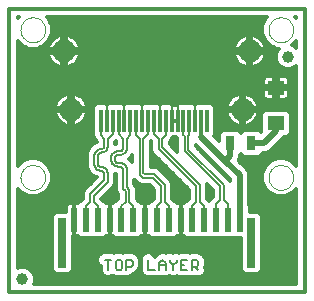
<source format=gtl>
G75*
%MOIN*%
%OFA0B0*%
%FSLAX24Y24*%
%IPPOS*%
%LPD*%
%AMOC8*
5,1,8,0,0,1.08239X$1,22.5*
%
%ADD10C,0.0118*%
%ADD11C,0.0000*%
%ADD12C,0.0060*%
%ADD13R,0.0236X0.0787*%
%ADD14R,0.0276X0.1654*%
%ADD15R,0.0118X0.0748*%
%ADD16C,0.0768*%
%ADD17C,0.0394*%
%ADD18R,0.0315X0.0472*%
%ADD19R,0.0551X0.0472*%
%ADD20C,0.0317*%
%ADD21C,0.0197*%
D10*
X000159Y000169D02*
X000159Y009618D01*
X010002Y009618D01*
X010002Y000169D01*
X000159Y000169D01*
X000910Y000869D02*
X001590Y000869D01*
X001576Y000883D02*
X001703Y000756D01*
X002158Y000756D01*
X002285Y000883D01*
X002285Y002034D01*
X002324Y002034D01*
X002324Y002587D01*
X002324Y003139D01*
X002185Y003139D01*
X002145Y003129D01*
X002109Y003108D01*
X002079Y003078D01*
X002058Y003042D01*
X002047Y003001D01*
X002047Y002843D01*
X001703Y002843D01*
X001576Y002716D01*
X001576Y000883D01*
X001576Y000986D02*
X000747Y000986D01*
X000674Y001016D02*
X000826Y000953D01*
X000943Y000837D01*
X001006Y000685D01*
X001006Y000520D01*
X000974Y000445D01*
X009726Y000445D01*
X009726Y003613D01*
X009571Y003458D01*
X009339Y003362D01*
X009089Y003362D01*
X008857Y003458D01*
X008680Y003635D01*
X008584Y003867D01*
X008584Y004118D01*
X008680Y004349D01*
X008857Y004526D01*
X009089Y004622D01*
X009339Y004622D01*
X009571Y004526D01*
X009726Y004371D01*
X009726Y007695D01*
X009685Y007654D01*
X009533Y007591D01*
X009368Y007591D01*
X009216Y007654D01*
X009100Y007770D01*
X009037Y007922D01*
X009037Y008086D01*
X009100Y008238D01*
X009145Y008284D01*
X009089Y008284D01*
X008857Y008379D01*
X008680Y008557D01*
X008584Y008788D01*
X008584Y009039D01*
X008680Y009270D01*
X008752Y009343D01*
X001408Y009343D01*
X001480Y009270D01*
X001576Y009039D01*
X001576Y008788D01*
X001480Y008557D01*
X001303Y008379D01*
X001072Y008284D01*
X000821Y008284D01*
X000590Y008379D01*
X000435Y008534D01*
X000435Y004371D01*
X000590Y004526D01*
X000821Y004622D01*
X001072Y004622D01*
X001303Y004526D01*
X001480Y004349D01*
X001576Y004118D01*
X001576Y003867D01*
X001480Y003635D01*
X001303Y003458D01*
X001072Y003362D01*
X000821Y003362D01*
X000590Y003458D01*
X000435Y003613D01*
X000435Y000985D01*
X000510Y001016D01*
X000674Y001016D01*
X000437Y000986D02*
X000435Y000986D01*
X000435Y001102D02*
X001576Y001102D01*
X001576Y001219D02*
X000435Y001219D01*
X000435Y001335D02*
X001576Y001335D01*
X001576Y001452D02*
X000435Y001452D01*
X000435Y001569D02*
X001576Y001569D01*
X001576Y001685D02*
X000435Y001685D01*
X000435Y001802D02*
X001576Y001802D01*
X001576Y001919D02*
X000435Y001919D01*
X000435Y002035D02*
X001576Y002035D01*
X001576Y002152D02*
X000435Y002152D01*
X000435Y002268D02*
X001576Y002268D01*
X001576Y002385D02*
X000435Y002385D01*
X000435Y002502D02*
X001576Y002502D01*
X001576Y002618D02*
X000435Y002618D01*
X000435Y002735D02*
X001595Y002735D01*
X002047Y002851D02*
X000435Y002851D01*
X000435Y002968D02*
X002047Y002968D01*
X002086Y003085D02*
X000435Y003085D01*
X000435Y003201D02*
X002546Y003201D01*
X002542Y003197D02*
X002510Y003197D01*
X002453Y003139D01*
X002324Y003139D01*
X002324Y002587D01*
X002324Y002587D01*
X002324Y002587D01*
X002324Y002034D01*
X002453Y002034D01*
X002510Y001976D01*
X003320Y001976D01*
X003377Y002034D01*
X003506Y002034D01*
X003634Y002034D01*
X003691Y001976D01*
X004501Y001976D01*
X004558Y002034D01*
X004687Y002034D01*
X004815Y002034D01*
X004873Y001976D01*
X005682Y001976D01*
X005739Y002034D01*
X005868Y002034D01*
X005996Y002034D01*
X006054Y001976D01*
X007876Y001976D01*
X007876Y000883D01*
X008002Y000756D01*
X008457Y000756D01*
X008584Y000883D01*
X008584Y002716D01*
X008457Y002843D01*
X008171Y002843D01*
X008171Y003070D01*
X008151Y003090D01*
X008151Y004130D01*
X008103Y004245D01*
X007801Y004548D01*
X007836Y004634D01*
X007836Y004745D01*
X007876Y004784D01*
X007983Y004677D01*
X008477Y004677D01*
X008604Y004804D01*
X008604Y004815D01*
X008726Y004815D01*
X008841Y004863D01*
X008930Y004952D01*
X009324Y005345D01*
X009324Y005347D01*
X009422Y005347D01*
X009549Y005473D01*
X009549Y006125D01*
X009422Y006252D01*
X008691Y006252D01*
X008565Y006125D01*
X008565Y005495D01*
X008477Y005583D01*
X007983Y005583D01*
X007876Y005476D01*
X007768Y005583D01*
X007274Y005583D01*
X007147Y005456D01*
X007147Y005201D01*
X006984Y005365D01*
X007029Y005410D01*
X007029Y006338D01*
X006902Y006465D01*
X006408Y006465D01*
X006360Y006417D01*
X006312Y006465D01*
X005817Y006465D01*
X005760Y006407D01*
X005689Y006407D01*
X005671Y006402D01*
X005652Y006407D01*
X005582Y006407D01*
X005524Y006465D01*
X005227Y006465D01*
X005179Y006417D01*
X005131Y006465D01*
X004636Y006465D01*
X004588Y006417D01*
X004540Y006465D01*
X004046Y006465D01*
X003998Y006417D01*
X003950Y006465D01*
X003455Y006465D01*
X003407Y006417D01*
X003359Y006465D01*
X003061Y006465D01*
X002935Y006338D01*
X002935Y005410D01*
X002964Y005381D01*
X002964Y005356D01*
X003001Y005265D01*
X003081Y005185D01*
X003081Y005167D01*
X002955Y005115D01*
X002823Y004983D01*
X002823Y004983D01*
X002751Y004809D01*
X002751Y004343D01*
X002823Y004169D01*
X002955Y004037D01*
X002955Y004037D01*
X003072Y003988D01*
X002646Y003562D01*
X002608Y003472D01*
X002608Y003264D01*
X002542Y003197D01*
X002608Y003318D02*
X000435Y003318D01*
X000435Y003434D02*
X000647Y003434D01*
X000497Y003551D02*
X000435Y003551D01*
X001246Y003434D02*
X002608Y003434D01*
X002641Y003551D02*
X001396Y003551D01*
X001494Y003668D02*
X002751Y003668D01*
X002868Y003784D02*
X001542Y003784D01*
X001576Y003901D02*
X002985Y003901D01*
X003001Y004018D02*
X001576Y004018D01*
X001569Y004134D02*
X002858Y004134D01*
X002823Y004169D02*
X002823Y004169D01*
X002789Y004251D02*
X001521Y004251D01*
X001462Y004367D02*
X002751Y004367D01*
X002751Y004484D02*
X001346Y004484D01*
X001124Y004601D02*
X002751Y004601D01*
X002751Y004717D02*
X000435Y004717D01*
X000435Y004601D02*
X000769Y004601D01*
X000547Y004484D02*
X000435Y004484D01*
X000435Y004834D02*
X002761Y004834D01*
X002809Y004950D02*
X000435Y004950D01*
X000435Y005067D02*
X002907Y005067D01*
X002955Y005115D02*
X002955Y005115D01*
X003081Y005184D02*
X000435Y005184D01*
X000435Y005300D02*
X002987Y005300D01*
X002935Y005417D02*
X000435Y005417D01*
X000435Y005533D02*
X002935Y005533D01*
X002935Y005650D02*
X000435Y005650D01*
X000435Y005767D02*
X001975Y005767D01*
X001941Y005784D02*
X002018Y005745D01*
X002099Y005719D01*
X002167Y005708D01*
X002167Y006189D01*
X002285Y006189D01*
X002285Y005708D01*
X002353Y005719D01*
X002434Y005745D01*
X002511Y005784D01*
X002580Y005834D01*
X002640Y005894D01*
X002690Y005964D01*
X002729Y006040D01*
X002756Y006121D01*
X002766Y006189D01*
X002285Y006189D01*
X002285Y006307D01*
X002766Y006307D01*
X002756Y006375D01*
X002729Y006457D01*
X002690Y006533D01*
X002640Y006602D01*
X002580Y006662D01*
X002511Y006712D01*
X002434Y006751D01*
X002353Y006778D01*
X002285Y006788D01*
X002285Y006307D01*
X002167Y006307D01*
X002167Y006189D01*
X001686Y006189D01*
X001696Y006121D01*
X001723Y006040D01*
X001762Y005964D01*
X001812Y005894D01*
X001872Y005834D01*
X001941Y005784D01*
X001823Y005883D02*
X000435Y005883D01*
X000435Y006000D02*
X001743Y006000D01*
X001698Y006117D02*
X000435Y006117D01*
X000435Y006233D02*
X002167Y006233D01*
X002167Y006307D02*
X001686Y006307D01*
X001696Y006375D01*
X001723Y006457D01*
X001762Y006533D01*
X001812Y006602D01*
X001872Y006662D01*
X001941Y006712D01*
X002018Y006751D01*
X002099Y006778D01*
X002167Y006788D01*
X002167Y006307D01*
X002167Y006350D02*
X002285Y006350D01*
X002285Y006233D02*
X002935Y006233D01*
X002935Y006117D02*
X002754Y006117D01*
X002709Y006000D02*
X002935Y006000D01*
X002935Y005883D02*
X002629Y005883D01*
X002477Y005767D02*
X002935Y005767D01*
X002947Y006350D02*
X002760Y006350D01*
X002724Y006466D02*
X007437Y006466D01*
X007432Y006457D02*
X007405Y006375D01*
X007394Y006307D01*
X007876Y006307D01*
X007876Y006788D01*
X007808Y006778D01*
X007726Y006751D01*
X007650Y006712D01*
X007581Y006662D01*
X007521Y006602D01*
X007470Y006533D01*
X007432Y006457D01*
X007507Y006583D02*
X002654Y006583D01*
X002528Y006700D02*
X007632Y006700D01*
X007876Y006700D02*
X007994Y006700D01*
X007994Y006788D02*
X008062Y006778D01*
X008143Y006751D01*
X008219Y006712D01*
X008288Y006662D01*
X008349Y006602D01*
X008399Y006533D01*
X008438Y006457D01*
X008464Y006375D01*
X008475Y006307D01*
X007994Y006307D01*
X007994Y006189D01*
X008475Y006189D01*
X008464Y006121D01*
X008438Y006040D01*
X008399Y005964D01*
X008349Y005894D01*
X008288Y005834D01*
X008219Y005784D01*
X008143Y005745D01*
X008062Y005719D01*
X007994Y005708D01*
X007994Y006189D01*
X007876Y006189D01*
X007876Y005708D01*
X007808Y005719D01*
X007726Y005745D01*
X007650Y005784D01*
X007581Y005834D01*
X007521Y005894D01*
X007470Y005964D01*
X007432Y006040D01*
X007405Y006121D01*
X007394Y006189D01*
X007876Y006189D01*
X007876Y006307D01*
X007994Y006307D01*
X007994Y006788D01*
X007994Y006583D02*
X007876Y006583D01*
X007876Y006466D02*
X007994Y006466D01*
X007994Y006350D02*
X007876Y006350D01*
X007876Y006233D02*
X007029Y006233D01*
X007029Y006117D02*
X007407Y006117D01*
X007452Y006000D02*
X007029Y006000D01*
X007029Y005883D02*
X007532Y005883D01*
X007684Y005767D02*
X007029Y005767D01*
X007029Y005650D02*
X008565Y005650D01*
X008565Y005533D02*
X008526Y005533D01*
X008565Y005767D02*
X008186Y005767D01*
X008338Y005883D02*
X008565Y005883D01*
X008565Y006000D02*
X008417Y006000D01*
X008463Y006117D02*
X008565Y006117D01*
X008672Y006233D02*
X007994Y006233D01*
X007994Y006117D02*
X007876Y006117D01*
X007876Y006000D02*
X007994Y006000D01*
X007994Y005883D02*
X007876Y005883D01*
X007876Y005767D02*
X007994Y005767D01*
X007933Y005533D02*
X007818Y005533D01*
X007225Y005533D02*
X007029Y005533D01*
X007029Y005417D02*
X007147Y005417D01*
X007147Y005300D02*
X007048Y005300D01*
X006557Y005347D02*
X006557Y005874D01*
X007017Y006350D02*
X007401Y006350D01*
X008237Y006700D02*
X008628Y006700D01*
X008633Y006683D02*
X008654Y006647D01*
X008683Y006617D01*
X008720Y006596D01*
X008760Y006585D01*
X008998Y006585D01*
X008998Y006921D01*
X009116Y006921D01*
X009116Y006585D01*
X009353Y006585D01*
X009394Y006596D01*
X009430Y006617D01*
X009460Y006647D01*
X009480Y006683D01*
X009491Y006723D01*
X009491Y006921D01*
X009116Y006921D01*
X009116Y007039D01*
X009491Y007039D01*
X009491Y007238D01*
X009480Y007278D01*
X009460Y007314D01*
X009430Y007344D01*
X009394Y007365D01*
X009353Y007376D01*
X009116Y007376D01*
X009116Y007039D01*
X008998Y007039D01*
X008998Y006921D01*
X008622Y006921D01*
X008622Y006723D01*
X008633Y006683D01*
X008622Y006816D02*
X000435Y006816D01*
X000435Y006700D02*
X001924Y006700D01*
X001798Y006583D02*
X000435Y006583D01*
X000435Y006466D02*
X001728Y006466D01*
X001692Y006350D02*
X000435Y006350D01*
X000435Y006933D02*
X008998Y006933D01*
X008998Y007039D02*
X008622Y007039D01*
X008622Y007238D01*
X008633Y007278D01*
X008654Y007314D01*
X008683Y007344D01*
X008720Y007365D01*
X008760Y007376D01*
X008998Y007376D01*
X008998Y007039D01*
X008998Y007049D02*
X009116Y007049D01*
X009116Y007166D02*
X008998Y007166D01*
X008998Y007283D02*
X009116Y007283D01*
X009116Y006933D02*
X009726Y006933D01*
X009726Y006816D02*
X009491Y006816D01*
X009485Y006700D02*
X009726Y006700D01*
X009726Y006583D02*
X008362Y006583D01*
X008433Y006466D02*
X009726Y006466D01*
X009726Y006350D02*
X008468Y006350D01*
X008998Y006700D02*
X009116Y006700D01*
X009116Y006816D02*
X008998Y006816D01*
X008622Y007049D02*
X000435Y007049D01*
X000435Y007166D02*
X008622Y007166D01*
X008636Y007283D02*
X000435Y007283D01*
X000435Y007399D02*
X009726Y007399D01*
X009726Y007283D02*
X009478Y007283D01*
X009491Y007166D02*
X009726Y007166D01*
X009726Y007049D02*
X009491Y007049D01*
X009726Y007516D02*
X000435Y007516D01*
X000435Y007632D02*
X009267Y007632D01*
X009121Y007749D02*
X008478Y007749D01*
X008455Y007733D02*
X008525Y007783D01*
X008585Y007843D01*
X008635Y007912D01*
X008674Y007989D01*
X008700Y008070D01*
X008711Y008138D01*
X008230Y008138D01*
X008230Y008256D01*
X008711Y008256D01*
X008700Y008324D01*
X008674Y008405D01*
X008635Y008481D01*
X008585Y008551D01*
X008525Y008611D01*
X008455Y008661D01*
X008379Y008700D01*
X008298Y008726D01*
X008230Y008737D01*
X008230Y008256D01*
X008112Y008256D01*
X008112Y008737D01*
X008044Y008726D01*
X007962Y008700D01*
X007886Y008661D01*
X007817Y008611D01*
X007757Y008551D01*
X007707Y008481D01*
X007668Y008405D01*
X007641Y008324D01*
X007631Y008256D01*
X008112Y008256D01*
X008112Y008138D01*
X008230Y008138D01*
X008230Y007657D01*
X008298Y007667D01*
X008379Y007694D01*
X008455Y007733D01*
X008601Y007866D02*
X009060Y007866D01*
X009037Y007982D02*
X008671Y007982D01*
X008705Y008099D02*
X009042Y008099D01*
X009091Y008215D02*
X008230Y008215D01*
X008230Y008332D02*
X008112Y008332D01*
X008112Y008215D02*
X002049Y008215D01*
X002049Y008256D02*
X002530Y008256D01*
X002519Y008324D01*
X002493Y008405D01*
X002454Y008481D01*
X002404Y008551D01*
X002343Y008611D01*
X002274Y008661D01*
X002198Y008700D01*
X002117Y008726D01*
X002049Y008737D01*
X002049Y008256D01*
X002049Y008138D01*
X002530Y008138D01*
X002519Y008070D01*
X002493Y007989D01*
X002454Y007912D01*
X002404Y007843D01*
X002343Y007783D01*
X002274Y007733D01*
X002198Y007694D01*
X002117Y007667D01*
X002049Y007657D01*
X002049Y008138D01*
X001931Y008138D01*
X001931Y007657D01*
X001863Y007667D01*
X001781Y007694D01*
X001705Y007733D01*
X001636Y007783D01*
X001576Y007843D01*
X001525Y007912D01*
X001487Y007989D01*
X001460Y008070D01*
X001449Y008138D01*
X001931Y008138D01*
X001931Y008256D01*
X001931Y008737D01*
X001863Y008726D01*
X001781Y008700D01*
X001705Y008661D01*
X001636Y008611D01*
X001576Y008551D01*
X001525Y008481D01*
X001487Y008405D01*
X001460Y008324D01*
X001449Y008256D01*
X001931Y008256D01*
X002049Y008256D01*
X002049Y008332D02*
X001931Y008332D01*
X001931Y008215D02*
X000435Y008215D01*
X000435Y008332D02*
X000704Y008332D01*
X000520Y008449D02*
X000435Y008449D01*
X000435Y008099D02*
X001456Y008099D01*
X001490Y007982D02*
X000435Y007982D01*
X000435Y007866D02*
X001559Y007866D01*
X001683Y007749D02*
X000435Y007749D01*
X001189Y008332D02*
X001463Y008332D01*
X001509Y008449D02*
X001373Y008449D01*
X001484Y008565D02*
X001590Y008565D01*
X001532Y008682D02*
X001746Y008682D01*
X001931Y008682D02*
X002049Y008682D01*
X002049Y008565D02*
X001931Y008565D01*
X001931Y008449D02*
X002049Y008449D01*
X002234Y008682D02*
X007927Y008682D01*
X008112Y008682D02*
X008230Y008682D01*
X008230Y008565D02*
X008112Y008565D01*
X008112Y008449D02*
X008230Y008449D01*
X008415Y008682D02*
X008628Y008682D01*
X008584Y008799D02*
X001576Y008799D01*
X001576Y008915D02*
X008584Y008915D01*
X008584Y009032D02*
X001576Y009032D01*
X001531Y009148D02*
X008630Y009148D01*
X008678Y009265D02*
X001483Y009265D01*
X002389Y008565D02*
X007771Y008565D01*
X007690Y008449D02*
X002471Y008449D01*
X002517Y008332D02*
X007644Y008332D01*
X007631Y008138D02*
X007641Y008070D01*
X007668Y007989D01*
X007707Y007912D01*
X007757Y007843D01*
X007817Y007783D01*
X007886Y007733D01*
X007962Y007694D01*
X008044Y007667D01*
X008112Y007657D01*
X008112Y008138D01*
X007631Y008138D01*
X007637Y008099D02*
X002524Y008099D01*
X002490Y007982D02*
X007671Y007982D01*
X007740Y007866D02*
X002420Y007866D01*
X002297Y007749D02*
X007864Y007749D01*
X008112Y007749D02*
X008230Y007749D01*
X008230Y007866D02*
X008112Y007866D01*
X008112Y007982D02*
X008230Y007982D01*
X008230Y008099D02*
X008112Y008099D01*
X008570Y008565D02*
X008677Y008565D01*
X008652Y008449D02*
X008788Y008449D01*
X008698Y008332D02*
X008972Y008332D01*
X009587Y008395D02*
X009726Y008534D01*
X009726Y008313D01*
X009685Y008354D01*
X009587Y008395D01*
X009640Y008449D02*
X009726Y008449D01*
X009726Y008332D02*
X009707Y008332D01*
X009726Y007632D02*
X009634Y007632D01*
X009726Y006233D02*
X009441Y006233D01*
X009549Y006117D02*
X009726Y006117D01*
X009726Y006000D02*
X009549Y006000D01*
X009549Y005883D02*
X009726Y005883D01*
X009726Y005767D02*
X009549Y005767D01*
X009549Y005650D02*
X009726Y005650D01*
X009726Y005533D02*
X009549Y005533D01*
X009492Y005417D02*
X009726Y005417D01*
X009726Y005300D02*
X009279Y005300D01*
X009162Y005184D02*
X009726Y005184D01*
X009726Y005067D02*
X009045Y005067D01*
X008929Y004950D02*
X009726Y004950D01*
X009726Y004834D02*
X008771Y004834D01*
X009037Y004601D02*
X007822Y004601D01*
X007836Y004717D02*
X007943Y004717D01*
X007865Y004484D02*
X008815Y004484D01*
X008698Y004367D02*
X007981Y004367D01*
X008098Y004251D02*
X008639Y004251D01*
X008591Y004134D02*
X008149Y004134D01*
X008151Y004018D02*
X008584Y004018D01*
X008584Y003901D02*
X008151Y003901D01*
X008151Y003784D02*
X008618Y003784D01*
X008667Y003668D02*
X008151Y003668D01*
X008151Y003551D02*
X008764Y003551D01*
X008915Y003434D02*
X008151Y003434D01*
X008151Y003318D02*
X009726Y003318D01*
X009726Y003201D02*
X008151Y003201D01*
X008156Y003085D02*
X009726Y003085D01*
X009726Y002968D02*
X008171Y002968D01*
X008171Y002851D02*
X009726Y002851D01*
X009726Y002735D02*
X008565Y002735D01*
X008584Y002618D02*
X009726Y002618D01*
X009726Y002502D02*
X008584Y002502D01*
X008584Y002385D02*
X009726Y002385D01*
X009726Y002268D02*
X008584Y002268D01*
X008584Y002152D02*
X009726Y002152D01*
X009726Y002035D02*
X008584Y002035D01*
X008584Y001919D02*
X009726Y001919D01*
X009726Y001802D02*
X008584Y001802D01*
X008584Y001685D02*
X009726Y001685D01*
X009726Y001569D02*
X008584Y001569D01*
X008584Y001452D02*
X009726Y001452D01*
X009726Y001335D02*
X008584Y001335D01*
X008584Y001219D02*
X009726Y001219D01*
X009726Y001102D02*
X008584Y001102D01*
X008584Y000986D02*
X009726Y000986D01*
X009726Y000869D02*
X008570Y000869D01*
X007889Y000869D02*
X006708Y000869D01*
X006708Y000859D02*
X006708Y000957D01*
X006694Y000992D01*
X006708Y001026D01*
X006708Y001235D01*
X006670Y001326D01*
X006601Y001395D01*
X006545Y001451D01*
X006455Y001489D01*
X006190Y001489D01*
X006169Y001480D01*
X006148Y001489D01*
X005827Y001489D01*
X005806Y001480D01*
X005785Y001489D01*
X005687Y001489D01*
X005625Y001463D01*
X005563Y001489D01*
X005465Y001489D01*
X005388Y001457D01*
X005312Y001489D01*
X005214Y001489D01*
X005123Y001451D01*
X005054Y001382D01*
X005014Y001342D01*
X004998Y001382D01*
X004928Y001451D01*
X004838Y001489D01*
X004740Y001489D01*
X004649Y001451D01*
X004580Y001382D01*
X004542Y001291D01*
X004542Y000859D01*
X004580Y000768D01*
X004649Y000699D01*
X004740Y000661D01*
X005060Y000661D01*
X005081Y000670D01*
X005102Y000661D01*
X005200Y000661D01*
X005263Y000687D01*
X005325Y000661D01*
X005423Y000661D01*
X005499Y000693D01*
X005576Y000661D01*
X005674Y000661D01*
X005751Y000693D01*
X005827Y000661D01*
X006148Y000661D01*
X006169Y000670D01*
X006190Y000661D01*
X006288Y000661D01*
X006350Y000687D01*
X006412Y000661D01*
X006510Y000661D01*
X006601Y000699D01*
X006670Y000768D01*
X006708Y000859D01*
X006654Y000752D02*
X009726Y000752D01*
X009726Y000636D02*
X001006Y000636D01*
X001005Y000519D02*
X009726Y000519D01*
X007876Y000986D02*
X006696Y000986D01*
X006708Y001102D02*
X007876Y001102D01*
X007876Y001219D02*
X006708Y001219D01*
X006661Y001335D02*
X007876Y001335D01*
X007876Y001452D02*
X006543Y001452D01*
X005868Y002034D02*
X005868Y002587D01*
X005868Y002587D01*
X005868Y003139D01*
X005996Y003139D01*
X006054Y003197D01*
X006085Y003197D01*
X006152Y003264D01*
X006152Y003586D01*
X004999Y004739D01*
X004999Y004739D01*
X004929Y004808D01*
X004892Y004899D01*
X004892Y005185D01*
X004883Y005194D01*
X004875Y005185D01*
X004875Y004334D01*
X005036Y004334D01*
X005127Y004297D01*
X005196Y004227D01*
X005546Y003877D01*
X005584Y003787D01*
X005584Y003264D01*
X005650Y003197D01*
X005682Y003197D01*
X005739Y003139D01*
X005868Y003139D01*
X005868Y002587D01*
X005868Y002587D01*
X005868Y002034D01*
X005868Y002035D02*
X005868Y002035D01*
X005868Y002152D02*
X005868Y002152D01*
X005868Y002268D02*
X005868Y002268D01*
X005868Y002385D02*
X005868Y002385D01*
X005868Y002502D02*
X005868Y002502D01*
X005868Y002618D02*
X005868Y002618D01*
X005868Y002735D02*
X005868Y002735D01*
X005868Y002851D02*
X005868Y002851D01*
X005868Y002968D02*
X005868Y002968D01*
X005868Y003085D02*
X005868Y003085D01*
X006089Y003201D02*
X005646Y003201D01*
X005584Y003318D02*
X006152Y003318D01*
X006152Y003434D02*
X005584Y003434D01*
X005584Y003551D02*
X006152Y003551D01*
X006070Y003668D02*
X005584Y003668D01*
X005584Y003784D02*
X005953Y003784D01*
X005837Y003901D02*
X005522Y003901D01*
X005406Y004018D02*
X005720Y004018D01*
X005603Y004134D02*
X005289Y004134D01*
X005173Y004251D02*
X005487Y004251D01*
X005370Y004367D02*
X004875Y004367D01*
X004875Y004484D02*
X005253Y004484D01*
X005137Y004601D02*
X004875Y004601D01*
X004875Y004717D02*
X005020Y004717D01*
X004919Y004834D02*
X004875Y004834D01*
X004875Y004950D02*
X004892Y004950D01*
X004892Y005067D02*
X004875Y005067D01*
X004875Y005184D02*
X004892Y005184D01*
X005505Y005184D02*
X005758Y005184D01*
X005758Y005264D02*
X005758Y004846D01*
X005505Y005099D01*
X005505Y005185D01*
X005585Y005265D01*
X005616Y005341D01*
X005652Y005341D01*
X005671Y005346D01*
X005689Y005341D01*
X005726Y005341D01*
X005757Y005265D01*
X005758Y005264D01*
X005743Y005300D02*
X005599Y005300D01*
X005537Y005067D02*
X005758Y005067D01*
X005758Y004950D02*
X005654Y004950D01*
X006371Y005021D02*
X006371Y005087D01*
X007097Y004361D01*
X007185Y004272D01*
X007521Y003937D01*
X007521Y003861D01*
X007515Y003877D01*
X006371Y005021D01*
X006371Y005067D02*
X006391Y005067D01*
X006441Y004950D02*
X006507Y004950D01*
X006558Y004834D02*
X006624Y004834D01*
X006675Y004717D02*
X006741Y004717D01*
X006791Y004601D02*
X006857Y004601D01*
X006908Y004484D02*
X006974Y004484D01*
X007025Y004367D02*
X007090Y004367D01*
X007141Y004251D02*
X007207Y004251D01*
X007258Y004134D02*
X007324Y004134D01*
X007374Y004018D02*
X007440Y004018D01*
X007491Y003901D02*
X007521Y003901D01*
X006939Y003586D02*
X006939Y003342D01*
X006840Y003243D01*
X006824Y003205D01*
X006765Y003264D01*
X006765Y003760D01*
X006939Y003586D01*
X006939Y003551D02*
X006765Y003551D01*
X006765Y003434D02*
X006939Y003434D01*
X006915Y003318D02*
X006765Y003318D01*
X006765Y003668D02*
X006857Y003668D01*
X008517Y004717D02*
X009726Y004717D01*
X009726Y004601D02*
X009392Y004601D01*
X009613Y004484D02*
X009726Y004484D01*
X009726Y003551D02*
X009664Y003551D01*
X009726Y003434D02*
X009514Y003434D01*
X007876Y001919D02*
X002285Y001919D01*
X002285Y001802D02*
X007876Y001802D01*
X007876Y001685D02*
X002285Y001685D01*
X002285Y001569D02*
X007876Y001569D01*
X005125Y001452D02*
X004926Y001452D01*
X004652Y001452D02*
X004368Y001452D01*
X004370Y001451D02*
X004280Y001489D01*
X004015Y001489D01*
X003966Y001468D01*
X003917Y001489D01*
X003708Y001489D01*
X003659Y001468D01*
X003610Y001489D01*
X003290Y001489D01*
X003199Y001451D01*
X003130Y001382D01*
X003092Y001291D01*
X003092Y001193D01*
X003130Y001102D01*
X002285Y001102D01*
X002285Y000986D02*
X003203Y000986D01*
X003203Y001031D02*
X003203Y000859D01*
X003241Y000768D01*
X003310Y000699D01*
X003401Y000661D01*
X003499Y000661D01*
X003590Y000699D01*
X003603Y000713D01*
X003617Y000699D01*
X003708Y000661D01*
X003917Y000661D01*
X003966Y000682D01*
X004015Y000661D01*
X004113Y000661D01*
X004203Y000699D01*
X004273Y000768D01*
X004275Y000773D01*
X004280Y000773D01*
X004370Y000810D01*
X004440Y000880D01*
X004495Y000935D01*
X004533Y001026D01*
X004533Y001235D01*
X004495Y001326D01*
X004426Y001395D01*
X004370Y001451D01*
X004486Y001335D02*
X004561Y001335D01*
X004542Y001219D02*
X004533Y001219D01*
X004533Y001102D02*
X004542Y001102D01*
X004542Y000986D02*
X004516Y000986D01*
X004542Y000869D02*
X004429Y000869D01*
X004596Y000752D02*
X004257Y000752D01*
X003257Y000752D02*
X000977Y000752D01*
X002271Y000869D02*
X003203Y000869D01*
X003203Y001031D02*
X003199Y001033D01*
X003130Y001102D01*
X003092Y001219D02*
X002285Y001219D01*
X002285Y001335D02*
X003111Y001335D01*
X003202Y001452D02*
X002285Y001452D01*
X002324Y002035D02*
X002324Y002035D01*
X002324Y002152D02*
X002324Y002152D01*
X002324Y002268D02*
X002324Y002268D01*
X002324Y002385D02*
X002324Y002385D01*
X002324Y002502D02*
X002324Y002502D01*
X002324Y002618D02*
X002324Y002618D01*
X002324Y002735D02*
X002324Y002735D01*
X002324Y002851D02*
X002324Y002851D01*
X002324Y002968D02*
X002324Y002968D01*
X002324Y003085D02*
X002324Y003085D01*
X003221Y003264D02*
X003221Y003271D01*
X003656Y003706D01*
X003694Y003796D01*
X003694Y004107D01*
X003711Y004107D01*
X003711Y003560D01*
X003748Y003469D01*
X003790Y003428D01*
X003790Y003264D01*
X003723Y003197D01*
X003691Y003197D01*
X003634Y003139D01*
X003506Y003139D01*
X003506Y002587D01*
X003506Y002587D01*
X003506Y003139D01*
X003377Y003139D01*
X003320Y003197D01*
X003288Y003197D01*
X003221Y003264D01*
X003269Y003318D02*
X003790Y003318D01*
X003727Y003201D02*
X003284Y003201D01*
X003506Y003085D02*
X003506Y003085D01*
X003506Y002968D02*
X003506Y002968D01*
X003506Y002851D02*
X003506Y002851D01*
X003506Y002735D02*
X003506Y002735D01*
X003506Y002618D02*
X003506Y002618D01*
X003506Y002587D02*
X003506Y002034D01*
X003506Y002587D01*
X003506Y002587D01*
X003506Y002502D02*
X003506Y002502D01*
X003506Y002385D02*
X003506Y002385D01*
X003506Y002268D02*
X003506Y002268D01*
X003506Y002152D02*
X003506Y002152D01*
X003506Y002035D02*
X003506Y002035D01*
X004687Y002035D02*
X004687Y002035D01*
X004687Y002034D02*
X004687Y002587D01*
X004687Y002587D01*
X004687Y003139D01*
X004815Y003139D01*
X004873Y003197D01*
X004904Y003197D01*
X004971Y003264D01*
X004971Y003586D01*
X004835Y003721D01*
X004573Y003721D01*
X004483Y003759D01*
X004413Y003828D01*
X004324Y003918D01*
X004324Y003761D01*
X004365Y003720D01*
X004403Y003629D01*
X004403Y003264D01*
X004469Y003197D01*
X004501Y003197D01*
X004558Y003139D01*
X004687Y003139D01*
X004687Y002587D01*
X004687Y002587D01*
X004687Y002034D01*
X004687Y002152D02*
X004687Y002152D01*
X004687Y002268D02*
X004687Y002268D01*
X004687Y002385D02*
X004687Y002385D01*
X004687Y002502D02*
X004687Y002502D01*
X004687Y002618D02*
X004687Y002618D01*
X004687Y002735D02*
X004687Y002735D01*
X004687Y002851D02*
X004687Y002851D01*
X004687Y002968D02*
X004687Y002968D01*
X004687Y003085D02*
X004687Y003085D01*
X004908Y003201D02*
X004465Y003201D01*
X004403Y003318D02*
X004971Y003318D01*
X004971Y003434D02*
X004403Y003434D01*
X004403Y003551D02*
X004971Y003551D01*
X004889Y003668D02*
X004387Y003668D01*
X004324Y003784D02*
X004457Y003784D01*
X004340Y003901D02*
X004324Y003901D01*
X003783Y003434D02*
X003385Y003434D01*
X003502Y003551D02*
X003715Y003551D01*
X003711Y003668D02*
X003618Y003668D01*
X003689Y003784D02*
X003711Y003784D01*
X003711Y003901D02*
X003694Y003901D01*
X003694Y004018D02*
X003711Y004018D01*
X004262Y004491D02*
X004252Y004515D01*
X004252Y004515D01*
X004157Y004610D01*
X004252Y004705D01*
X004252Y004705D01*
X004262Y004729D01*
X004262Y004491D01*
X004262Y004601D02*
X004167Y004601D01*
X004257Y004717D02*
X004262Y004717D01*
X003711Y005114D02*
X003711Y005185D01*
X003702Y005194D01*
X003694Y005185D01*
X003694Y005114D01*
X003711Y005114D01*
X003711Y005184D02*
X003694Y005184D01*
X002285Y005767D02*
X002167Y005767D01*
X002167Y005883D02*
X002285Y005883D01*
X002285Y006000D02*
X002167Y006000D01*
X002167Y006117D02*
X002285Y006117D01*
X002285Y006466D02*
X002167Y006466D01*
X002167Y006583D02*
X002285Y006583D01*
X002285Y006700D02*
X002167Y006700D01*
X002049Y007749D02*
X001931Y007749D01*
X001931Y007866D02*
X002049Y007866D01*
X002049Y007982D02*
X001931Y007982D01*
X001931Y008099D02*
X002049Y008099D01*
X000485Y009343D02*
X000435Y009292D01*
X000435Y009343D01*
X000485Y009343D01*
X005651Y005874D02*
X005691Y005874D01*
X005651Y005874D01*
X005651Y005874D01*
X005691Y005874D02*
X005691Y005874D01*
X009676Y009343D02*
X009726Y009343D01*
X009726Y009292D01*
X009676Y009343D01*
D11*
X008801Y008913D02*
X008803Y008953D01*
X008809Y008994D01*
X008819Y009033D01*
X008832Y009071D01*
X008850Y009108D01*
X008871Y009142D01*
X008895Y009175D01*
X008922Y009205D01*
X008952Y009232D01*
X008985Y009256D01*
X009019Y009277D01*
X009056Y009295D01*
X009094Y009308D01*
X009133Y009318D01*
X009174Y009324D01*
X009214Y009326D01*
X009254Y009324D01*
X009295Y009318D01*
X009334Y009308D01*
X009372Y009295D01*
X009409Y009277D01*
X009443Y009256D01*
X009476Y009232D01*
X009506Y009205D01*
X009533Y009175D01*
X009557Y009142D01*
X009578Y009108D01*
X009596Y009071D01*
X009609Y009033D01*
X009619Y008994D01*
X009625Y008953D01*
X009627Y008913D01*
X009625Y008873D01*
X009619Y008832D01*
X009609Y008793D01*
X009596Y008755D01*
X009578Y008718D01*
X009557Y008684D01*
X009533Y008651D01*
X009506Y008621D01*
X009476Y008594D01*
X009443Y008570D01*
X009409Y008549D01*
X009372Y008531D01*
X009334Y008518D01*
X009295Y008508D01*
X009254Y008502D01*
X009214Y008500D01*
X009174Y008502D01*
X009133Y008508D01*
X009094Y008518D01*
X009056Y008531D01*
X009019Y008549D01*
X008985Y008570D01*
X008952Y008594D01*
X008922Y008621D01*
X008895Y008651D01*
X008871Y008684D01*
X008850Y008718D01*
X008832Y008755D01*
X008819Y008793D01*
X008809Y008832D01*
X008803Y008873D01*
X008801Y008913D01*
X008801Y003992D02*
X008803Y004032D01*
X008809Y004073D01*
X008819Y004112D01*
X008832Y004150D01*
X008850Y004187D01*
X008871Y004221D01*
X008895Y004254D01*
X008922Y004284D01*
X008952Y004311D01*
X008985Y004335D01*
X009019Y004356D01*
X009056Y004374D01*
X009094Y004387D01*
X009133Y004397D01*
X009174Y004403D01*
X009214Y004405D01*
X009254Y004403D01*
X009295Y004397D01*
X009334Y004387D01*
X009372Y004374D01*
X009409Y004356D01*
X009443Y004335D01*
X009476Y004311D01*
X009506Y004284D01*
X009533Y004254D01*
X009557Y004221D01*
X009578Y004187D01*
X009596Y004150D01*
X009609Y004112D01*
X009619Y004073D01*
X009625Y004032D01*
X009627Y003992D01*
X009625Y003952D01*
X009619Y003911D01*
X009609Y003872D01*
X009596Y003834D01*
X009578Y003797D01*
X009557Y003763D01*
X009533Y003730D01*
X009506Y003700D01*
X009476Y003673D01*
X009443Y003649D01*
X009409Y003628D01*
X009372Y003610D01*
X009334Y003597D01*
X009295Y003587D01*
X009254Y003581D01*
X009214Y003579D01*
X009174Y003581D01*
X009133Y003587D01*
X009094Y003597D01*
X009056Y003610D01*
X009019Y003628D01*
X008985Y003649D01*
X008952Y003673D01*
X008922Y003700D01*
X008895Y003730D01*
X008871Y003763D01*
X008850Y003797D01*
X008832Y003834D01*
X008819Y003872D01*
X008809Y003911D01*
X008803Y003952D01*
X008801Y003992D01*
X000533Y003992D02*
X000535Y004032D01*
X000541Y004073D01*
X000551Y004112D01*
X000564Y004150D01*
X000582Y004187D01*
X000603Y004221D01*
X000627Y004254D01*
X000654Y004284D01*
X000684Y004311D01*
X000717Y004335D01*
X000751Y004356D01*
X000788Y004374D01*
X000826Y004387D01*
X000865Y004397D01*
X000906Y004403D01*
X000946Y004405D01*
X000986Y004403D01*
X001027Y004397D01*
X001066Y004387D01*
X001104Y004374D01*
X001141Y004356D01*
X001175Y004335D01*
X001208Y004311D01*
X001238Y004284D01*
X001265Y004254D01*
X001289Y004221D01*
X001310Y004187D01*
X001328Y004150D01*
X001341Y004112D01*
X001351Y004073D01*
X001357Y004032D01*
X001359Y003992D01*
X001357Y003952D01*
X001351Y003911D01*
X001341Y003872D01*
X001328Y003834D01*
X001310Y003797D01*
X001289Y003763D01*
X001265Y003730D01*
X001238Y003700D01*
X001208Y003673D01*
X001175Y003649D01*
X001141Y003628D01*
X001104Y003610D01*
X001066Y003597D01*
X001027Y003587D01*
X000986Y003581D01*
X000946Y003579D01*
X000906Y003581D01*
X000865Y003587D01*
X000826Y003597D01*
X000788Y003610D01*
X000751Y003628D01*
X000717Y003649D01*
X000684Y003673D01*
X000654Y003700D01*
X000627Y003730D01*
X000603Y003763D01*
X000582Y003797D01*
X000564Y003834D01*
X000551Y003872D01*
X000541Y003911D01*
X000535Y003952D01*
X000533Y003992D01*
X000533Y008913D02*
X000535Y008953D01*
X000541Y008994D01*
X000551Y009033D01*
X000564Y009071D01*
X000582Y009108D01*
X000603Y009142D01*
X000627Y009175D01*
X000654Y009205D01*
X000684Y009232D01*
X000717Y009256D01*
X000751Y009277D01*
X000788Y009295D01*
X000826Y009308D01*
X000865Y009318D01*
X000906Y009324D01*
X000946Y009326D01*
X000986Y009324D01*
X001027Y009318D01*
X001066Y009308D01*
X001104Y009295D01*
X001141Y009277D01*
X001175Y009256D01*
X001208Y009232D01*
X001238Y009205D01*
X001265Y009175D01*
X001289Y009142D01*
X001310Y009108D01*
X001328Y009071D01*
X001341Y009033D01*
X001351Y008994D01*
X001357Y008953D01*
X001359Y008913D01*
X001357Y008873D01*
X001351Y008832D01*
X001341Y008793D01*
X001328Y008755D01*
X001310Y008718D01*
X001289Y008684D01*
X001265Y008651D01*
X001238Y008621D01*
X001208Y008594D01*
X001175Y008570D01*
X001141Y008549D01*
X001104Y008531D01*
X001066Y008518D01*
X001027Y008508D01*
X000986Y008502D01*
X000946Y008500D01*
X000906Y008502D01*
X000865Y008508D01*
X000826Y008518D01*
X000788Y008531D01*
X000751Y008549D01*
X000717Y008570D01*
X000684Y008594D01*
X000654Y008621D01*
X000627Y008651D01*
X000603Y008684D01*
X000582Y008718D01*
X000564Y008755D01*
X000551Y008793D01*
X000541Y008832D01*
X000535Y008873D01*
X000533Y008913D01*
D12*
X002915Y006469D02*
X002994Y006547D01*
X003348Y006547D01*
X003407Y006488D01*
X003466Y006547D01*
X004017Y006547D01*
X003998Y006528D01*
X003998Y005874D01*
X004194Y005874D02*
X004194Y005405D01*
X004077Y005287D01*
X004077Y004973D01*
X003957Y004973D02*
X003957Y005287D01*
X003801Y005444D01*
X003801Y005874D01*
X003604Y005874D02*
X003604Y005444D01*
X003447Y005287D01*
X003447Y005046D01*
X003327Y005046D02*
X003327Y005287D01*
X003210Y005405D01*
X003210Y005874D01*
X003407Y005874D02*
X003407Y006488D01*
X002915Y006469D02*
X002915Y006311D01*
X002852Y006248D01*
X002226Y006248D01*
X003447Y005046D02*
X003445Y005019D01*
X003440Y004992D01*
X003432Y004966D01*
X003421Y004941D01*
X003407Y004918D01*
X003390Y004897D01*
X003371Y004878D01*
X003350Y004861D01*
X003327Y004847D01*
X003302Y004836D01*
X003276Y004828D01*
X003249Y004823D01*
X003222Y004821D01*
X003204Y004819D01*
X003186Y004815D01*
X003170Y004807D01*
X003155Y004796D01*
X003142Y004783D01*
X003131Y004769D01*
X003123Y004752D01*
X003119Y004734D01*
X003117Y004716D01*
X003117Y004436D01*
X003119Y004418D01*
X003123Y004400D01*
X003131Y004384D01*
X003142Y004369D01*
X003155Y004356D01*
X003170Y004345D01*
X003186Y004337D01*
X003204Y004333D01*
X003222Y004331D01*
X003222Y004211D02*
X003195Y004213D01*
X003168Y004218D01*
X003142Y004226D01*
X003117Y004237D01*
X003094Y004251D01*
X003073Y004268D01*
X003054Y004287D01*
X003037Y004308D01*
X003023Y004331D01*
X003012Y004356D01*
X003004Y004382D01*
X002999Y004409D01*
X002997Y004436D01*
X002997Y004716D01*
X002999Y004743D01*
X003004Y004770D01*
X003012Y004796D01*
X003023Y004821D01*
X003037Y004844D01*
X003054Y004865D01*
X003073Y004884D01*
X003094Y004901D01*
X003117Y004915D01*
X003142Y004926D01*
X003168Y004934D01*
X003195Y004939D01*
X003222Y004941D01*
X003240Y004943D01*
X003258Y004947D01*
X003275Y004955D01*
X003289Y004966D01*
X003302Y004979D01*
X003313Y004994D01*
X003321Y005010D01*
X003325Y005028D01*
X003327Y005046D01*
X003560Y004643D02*
X003560Y004578D01*
X003680Y004578D02*
X003680Y004643D01*
X003682Y004661D01*
X003686Y004679D01*
X003694Y004696D01*
X003705Y004710D01*
X003718Y004723D01*
X003733Y004734D01*
X003749Y004742D01*
X003767Y004746D01*
X003785Y004748D01*
X003852Y004748D01*
X003852Y004868D02*
X003785Y004868D01*
X003852Y004748D02*
X003879Y004750D01*
X003906Y004755D01*
X003932Y004763D01*
X003957Y004774D01*
X003980Y004788D01*
X004001Y004805D01*
X004020Y004824D01*
X004037Y004845D01*
X004051Y004868D01*
X004062Y004893D01*
X004070Y004919D01*
X004075Y004946D01*
X004077Y004973D01*
X003957Y004973D02*
X003955Y004955D01*
X003951Y004937D01*
X003943Y004921D01*
X003932Y004906D01*
X003919Y004893D01*
X003905Y004882D01*
X003888Y004874D01*
X003870Y004870D01*
X003852Y004868D01*
X003785Y004868D02*
X003758Y004866D01*
X003731Y004861D01*
X003705Y004853D01*
X003680Y004842D01*
X003657Y004828D01*
X003636Y004811D01*
X003617Y004792D01*
X003600Y004771D01*
X003586Y004748D01*
X003575Y004723D01*
X003567Y004697D01*
X003562Y004670D01*
X003560Y004643D01*
X003680Y004578D02*
X003682Y004560D01*
X003686Y004542D01*
X003694Y004526D01*
X003705Y004511D01*
X003718Y004498D01*
X003733Y004487D01*
X003749Y004479D01*
X003767Y004475D01*
X003785Y004473D01*
X003852Y004473D01*
X003852Y004353D02*
X003785Y004353D01*
X003852Y004473D02*
X003879Y004471D01*
X003906Y004466D01*
X003932Y004458D01*
X003957Y004447D01*
X003980Y004433D01*
X004001Y004416D01*
X004020Y004397D01*
X004037Y004376D01*
X004051Y004353D01*
X004062Y004328D01*
X004070Y004302D01*
X004075Y004275D01*
X004077Y004248D01*
X004077Y003659D01*
X004156Y003580D01*
X004156Y003161D01*
X004293Y003025D01*
X004293Y002587D01*
X003899Y002587D02*
X003899Y003025D01*
X004036Y003161D01*
X004036Y003530D01*
X003957Y003609D01*
X003957Y004248D01*
X003955Y004266D01*
X003951Y004284D01*
X003943Y004301D01*
X003932Y004315D01*
X003919Y004328D01*
X003905Y004339D01*
X003888Y004347D01*
X003870Y004351D01*
X003852Y004353D01*
X003785Y004353D02*
X003758Y004355D01*
X003731Y004360D01*
X003705Y004368D01*
X003680Y004379D01*
X003657Y004393D01*
X003636Y004410D01*
X003617Y004429D01*
X003600Y004450D01*
X003586Y004473D01*
X003575Y004498D01*
X003567Y004524D01*
X003562Y004551D01*
X003560Y004578D01*
X003447Y004106D02*
X003447Y003845D01*
X002975Y003373D01*
X002975Y003161D01*
X003112Y003025D01*
X003112Y002587D01*
X002718Y002587D02*
X002718Y003025D01*
X002855Y003161D01*
X002855Y003423D01*
X003327Y003895D01*
X003327Y004106D01*
X003447Y004106D02*
X003445Y004133D01*
X003440Y004160D01*
X003432Y004186D01*
X003421Y004211D01*
X003407Y004234D01*
X003390Y004255D01*
X003371Y004274D01*
X003350Y004291D01*
X003327Y004305D01*
X003302Y004316D01*
X003276Y004324D01*
X003249Y004329D01*
X003222Y004331D01*
X003222Y004211D02*
X003240Y004209D01*
X003258Y004205D01*
X003275Y004197D01*
X003289Y004186D01*
X003302Y004173D01*
X003313Y004159D01*
X003321Y004142D01*
X003325Y004124D01*
X003327Y004106D01*
X004509Y004082D02*
X004622Y003968D01*
X004937Y003968D01*
X005217Y003688D01*
X005217Y003161D01*
X005080Y003025D01*
X005080Y002587D01*
X005474Y002587D02*
X005474Y003025D01*
X005337Y003161D01*
X005337Y003738D01*
X004987Y004088D01*
X004672Y004088D01*
X004629Y004131D01*
X004629Y005287D01*
X004785Y005444D01*
X004785Y005874D01*
X004588Y005874D02*
X004588Y006528D01*
X004569Y006547D01*
X005120Y006547D01*
X005179Y006488D01*
X005179Y005874D01*
X004982Y005874D02*
X004982Y005444D01*
X005138Y005287D01*
X005138Y004948D01*
X006398Y003688D01*
X006398Y003161D01*
X006261Y003025D01*
X006261Y002587D01*
X006655Y002587D02*
X006655Y003025D01*
X006518Y003161D01*
X006518Y003738D01*
X005258Y004997D01*
X005258Y005287D01*
X005376Y005405D01*
X005376Y005874D01*
X005572Y005874D02*
X005572Y006528D01*
X005592Y006547D01*
X005750Y006547D01*
X005769Y006528D01*
X005769Y005874D01*
X005966Y005874D02*
X005966Y005405D01*
X006005Y005366D01*
X006005Y004869D01*
X007186Y003688D01*
X007186Y003240D01*
X007049Y003103D01*
X007049Y002587D01*
X007443Y002587D02*
X007443Y003103D01*
X007306Y003240D01*
X007306Y003738D01*
X006125Y004919D01*
X006125Y005366D01*
X006163Y005405D01*
X006163Y005874D01*
X006360Y005874D02*
X006360Y006528D01*
X006380Y006547D01*
X007167Y006547D01*
X007167Y006390D01*
X007309Y006248D01*
X007935Y006248D01*
X006380Y006547D02*
X005750Y006547D01*
X005592Y006547D02*
X005120Y006547D01*
X004569Y006547D02*
X004017Y006547D01*
X004391Y005874D02*
X004391Y005405D01*
X004509Y005287D01*
X004509Y004082D01*
X004231Y001242D02*
X004064Y001242D01*
X004064Y000908D01*
X004064Y001019D02*
X004231Y001019D01*
X004286Y001075D01*
X004286Y001186D01*
X004231Y001242D01*
X003924Y001186D02*
X003924Y000964D01*
X003868Y000908D01*
X003757Y000908D01*
X003701Y000964D01*
X003701Y001186D01*
X003757Y001242D01*
X003868Y001242D01*
X003924Y001186D01*
X003561Y001242D02*
X003339Y001242D01*
X003450Y001242D02*
X003450Y000908D01*
X004789Y000908D02*
X005011Y000908D01*
X005151Y000908D02*
X005151Y001131D01*
X005263Y001242D01*
X005374Y001131D01*
X005374Y000908D01*
X005374Y001075D02*
X005151Y001075D01*
X004789Y001242D02*
X004789Y000908D01*
X005514Y001186D02*
X005625Y001075D01*
X005625Y000908D01*
X005625Y001075D02*
X005736Y001186D01*
X005736Y001242D01*
X005876Y001242D02*
X005876Y000908D01*
X006099Y000908D01*
X006239Y000908D02*
X006239Y001242D01*
X006406Y001242D01*
X006461Y001186D01*
X006461Y001075D01*
X006406Y001019D01*
X006239Y001019D01*
X006350Y001019D02*
X006461Y000908D01*
X006099Y001242D02*
X005876Y001242D01*
X005876Y001075D02*
X005988Y001075D01*
X005514Y001186D02*
X005514Y001242D01*
D13*
X005474Y002587D03*
X005080Y002587D03*
X004687Y002587D03*
X004293Y002587D03*
X003899Y002587D03*
X003506Y002587D03*
X003112Y002587D03*
X002718Y002587D03*
X002324Y002587D03*
X005868Y002587D03*
X006261Y002587D03*
X006655Y002587D03*
X007049Y002587D03*
X007443Y002587D03*
X007836Y002587D03*
D14*
X008230Y001799D03*
X001931Y001799D03*
D15*
X003210Y005874D03*
X003407Y005874D03*
X003604Y005874D03*
X003801Y005874D03*
X003998Y005874D03*
X004194Y005874D03*
X004391Y005874D03*
X004588Y005874D03*
X004785Y005874D03*
X004982Y005874D03*
X005179Y005874D03*
X005376Y005874D03*
X005572Y005874D03*
X005769Y005874D03*
X005966Y005874D03*
X006163Y005874D03*
X006360Y005874D03*
X006557Y005874D03*
X006754Y005874D03*
D16*
X007935Y006248D03*
X008171Y008197D03*
X002226Y006248D03*
X001990Y008197D03*
D17*
X009450Y008004D03*
X000592Y000602D03*
D18*
X007521Y005130D03*
X008230Y005130D03*
D19*
X009057Y005799D03*
X009057Y006980D03*
D20*
X008742Y007689D03*
X007443Y007335D03*
X006852Y006784D03*
X007167Y005917D03*
X005671Y006744D03*
X004529Y006665D03*
X003230Y006784D03*
X002600Y007413D03*
X002521Y008831D03*
X004096Y008949D03*
X005592Y008910D03*
X007521Y008949D03*
X009450Y004933D03*
X008309Y004461D03*
X008466Y003240D03*
X008939Y002532D03*
X009057Y001626D03*
X008939Y000721D03*
X007521Y000642D03*
X007521Y001665D03*
X005868Y001705D03*
X004687Y001665D03*
X003545Y001784D03*
X002443Y001587D03*
X001143Y001941D03*
X001065Y000957D03*
X001419Y003043D03*
X001773Y003437D03*
X002049Y003949D03*
X002088Y004697D03*
X002403Y005406D03*
X001065Y005366D03*
X001025Y006508D03*
X000710Y007965D03*
D21*
X006557Y005347D02*
X007364Y004539D01*
X007521Y004697D01*
X007521Y005130D01*
X007364Y004539D02*
X007836Y004067D01*
X007836Y002587D01*
X008230Y005130D02*
X008663Y005130D01*
X009057Y005524D01*
X009057Y005799D01*
M02*

</source>
